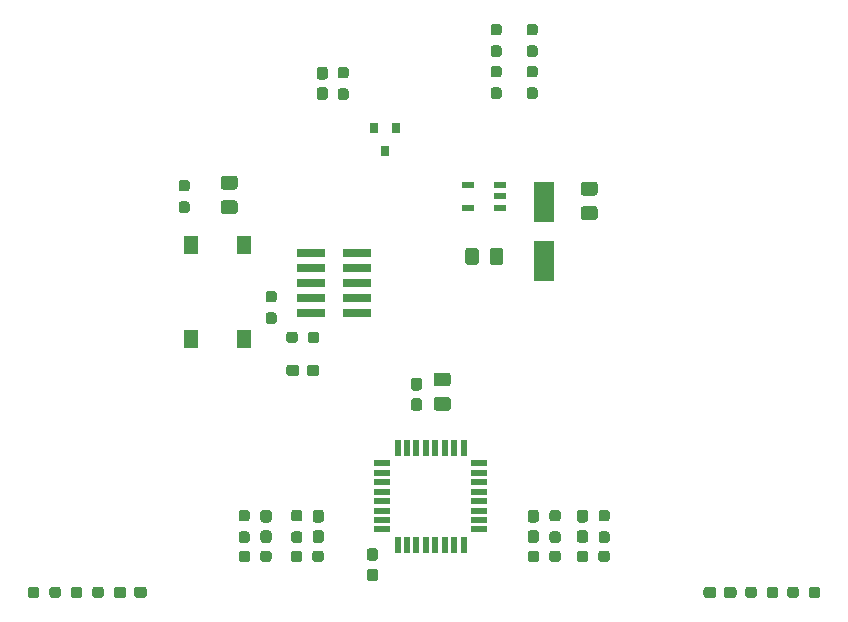
<source format=gtp>
%TF.GenerationSoftware,KiCad,Pcbnew,5.1.12-84ad8e8a86~92~ubuntu21.04.1*%
%TF.CreationDate,2021-11-23T21:41:36+01:00*%
%TF.ProjectId,main,6d61696e-2e6b-4696-9361-645f70636258,rev?*%
%TF.SameCoordinates,Original*%
%TF.FileFunction,Paste,Top*%
%TF.FilePolarity,Positive*%
%FSLAX46Y46*%
G04 Gerber Fmt 4.6, Leading zero omitted, Abs format (unit mm)*
G04 Created by KiCad (PCBNEW 5.1.12-84ad8e8a86~92~ubuntu21.04.1) date 2021-11-23 21:41:36*
%MOMM*%
%LPD*%
G01*
G04 APERTURE LIST*
%ADD10R,2.400000X0.740000*%
%ADD11R,1.000001X0.599999*%
%ADD12R,0.508000X1.473200*%
%ADD13R,1.473200X0.508000*%
%ADD14R,1.300000X1.550000*%
%ADD15R,1.800000X3.500000*%
%ADD16R,0.800000X0.900000*%
G04 APERTURE END LIST*
D10*
%TO.C,J2*%
X112350000Y-139446000D03*
X116250000Y-139446000D03*
X112350000Y-140716000D03*
X116250000Y-140716000D03*
X112350000Y-141986000D03*
X116250000Y-141986000D03*
X112350000Y-143256000D03*
X116250000Y-143256000D03*
X112350000Y-144526000D03*
X116250000Y-144526000D03*
%TD*%
%TO.C,R15*%
G36*
G01*
X133237500Y-162135000D02*
X132762500Y-162135000D01*
G75*
G02*
X132525000Y-161897500I0J237500D01*
G01*
X132525000Y-161397500D01*
G75*
G02*
X132762500Y-161160000I237500J0D01*
G01*
X133237500Y-161160000D01*
G75*
G02*
X133475000Y-161397500I0J-237500D01*
G01*
X133475000Y-161897500D01*
G75*
G02*
X133237500Y-162135000I-237500J0D01*
G01*
G37*
G36*
G01*
X133237500Y-163960000D02*
X132762500Y-163960000D01*
G75*
G02*
X132525000Y-163722500I0J237500D01*
G01*
X132525000Y-163222500D01*
G75*
G02*
X132762500Y-162985000I237500J0D01*
G01*
X133237500Y-162985000D01*
G75*
G02*
X133475000Y-163222500I0J-237500D01*
G01*
X133475000Y-163722500D01*
G75*
G02*
X133237500Y-163960000I-237500J0D01*
G01*
G37*
%TD*%
%TO.C,R14*%
G36*
G01*
X137397500Y-162135000D02*
X136922500Y-162135000D01*
G75*
G02*
X136685000Y-161897500I0J237500D01*
G01*
X136685000Y-161397500D01*
G75*
G02*
X136922500Y-161160000I237500J0D01*
G01*
X137397500Y-161160000D01*
G75*
G02*
X137635000Y-161397500I0J-237500D01*
G01*
X137635000Y-161897500D01*
G75*
G02*
X137397500Y-162135000I-237500J0D01*
G01*
G37*
G36*
G01*
X137397500Y-163960000D02*
X136922500Y-163960000D01*
G75*
G02*
X136685000Y-163722500I0J237500D01*
G01*
X136685000Y-163222500D01*
G75*
G02*
X136922500Y-162985000I237500J0D01*
G01*
X137397500Y-162985000D01*
G75*
G02*
X137635000Y-163222500I0J-237500D01*
G01*
X137635000Y-163722500D01*
G75*
G02*
X137397500Y-163960000I-237500J0D01*
G01*
G37*
%TD*%
D11*
%TO.C,U2*%
X125625001Y-135570001D03*
X125625001Y-133670002D03*
X128375001Y-133670002D03*
X128375001Y-134620000D03*
X128375001Y-135570001D03*
%TD*%
D12*
%TO.C,U1*%
X119668451Y-155901001D03*
X120468451Y-155901001D03*
X121268450Y-155901001D03*
X122068451Y-155901001D03*
X122868449Y-155901001D03*
X123668450Y-155901001D03*
X124468451Y-155901001D03*
X125268449Y-155901001D03*
D13*
X126587449Y-157220001D03*
X126587449Y-158020001D03*
X126587449Y-158820000D03*
X126587449Y-159620001D03*
X126587449Y-160419999D03*
X126587449Y-161220000D03*
X126587449Y-162020001D03*
X126587449Y-162819999D03*
D12*
X125268449Y-164138999D03*
X124468449Y-164138999D03*
X123668450Y-164138999D03*
X122868449Y-164138999D03*
X122068451Y-164138999D03*
X121268450Y-164138999D03*
X120468449Y-164138999D03*
X119668451Y-164138999D03*
D13*
X118349451Y-162819999D03*
X118349451Y-162019999D03*
X118349451Y-161220000D03*
X118349451Y-160419999D03*
X118349451Y-159620001D03*
X118349451Y-158820000D03*
X118349451Y-158019999D03*
X118349451Y-157220001D03*
%TD*%
D14*
%TO.C,SW1*%
X102144000Y-146723000D03*
X106644000Y-146723000D03*
X106644000Y-138773000D03*
X102144000Y-138773000D03*
%TD*%
%TO.C,R19*%
G36*
G01*
X154475000Y-168385500D02*
X154475000Y-167910500D01*
G75*
G02*
X154712500Y-167673000I237500J0D01*
G01*
X155212500Y-167673000D01*
G75*
G02*
X155450000Y-167910500I0J-237500D01*
G01*
X155450000Y-168385500D01*
G75*
G02*
X155212500Y-168623000I-237500J0D01*
G01*
X154712500Y-168623000D01*
G75*
G02*
X154475000Y-168385500I0J237500D01*
G01*
G37*
G36*
G01*
X152650000Y-168385500D02*
X152650000Y-167910500D01*
G75*
G02*
X152887500Y-167673000I237500J0D01*
G01*
X153387500Y-167673000D01*
G75*
G02*
X153625000Y-167910500I0J-237500D01*
G01*
X153625000Y-168385500D01*
G75*
G02*
X153387500Y-168623000I-237500J0D01*
G01*
X152887500Y-168623000D01*
G75*
G02*
X152650000Y-168385500I0J237500D01*
G01*
G37*
%TD*%
%TO.C,R18*%
G36*
G01*
X150082750Y-167910500D02*
X150082750Y-168385500D01*
G75*
G02*
X149845250Y-168623000I-237500J0D01*
G01*
X149345250Y-168623000D01*
G75*
G02*
X149107750Y-168385500I0J237500D01*
G01*
X149107750Y-167910500D01*
G75*
G02*
X149345250Y-167673000I237500J0D01*
G01*
X149845250Y-167673000D01*
G75*
G02*
X150082750Y-167910500I0J-237500D01*
G01*
G37*
G36*
G01*
X151907750Y-167910500D02*
X151907750Y-168385500D01*
G75*
G02*
X151670250Y-168623000I-237500J0D01*
G01*
X151170250Y-168623000D01*
G75*
G02*
X150932750Y-168385500I0J237500D01*
G01*
X150932750Y-167910500D01*
G75*
G02*
X151170250Y-167673000I237500J0D01*
G01*
X151670250Y-167673000D01*
G75*
G02*
X151907750Y-167910500I0J-237500D01*
G01*
G37*
%TD*%
%TO.C,R17*%
G36*
G01*
X132505000Y-165337500D02*
X132505000Y-164862500D01*
G75*
G02*
X132742500Y-164625000I237500J0D01*
G01*
X133242500Y-164625000D01*
G75*
G02*
X133480000Y-164862500I0J-237500D01*
G01*
X133480000Y-165337500D01*
G75*
G02*
X133242500Y-165575000I-237500J0D01*
G01*
X132742500Y-165575000D01*
G75*
G02*
X132505000Y-165337500I0J237500D01*
G01*
G37*
G36*
G01*
X130680000Y-165337500D02*
X130680000Y-164862500D01*
G75*
G02*
X130917500Y-164625000I237500J0D01*
G01*
X131417500Y-164625000D01*
G75*
G02*
X131655000Y-164862500I0J-237500D01*
G01*
X131655000Y-165337500D01*
G75*
G02*
X131417500Y-165575000I-237500J0D01*
G01*
X130917500Y-165575000D01*
G75*
G02*
X130680000Y-165337500I0J237500D01*
G01*
G37*
%TD*%
%TO.C,R16*%
G36*
G01*
X136665000Y-165337500D02*
X136665000Y-164862500D01*
G75*
G02*
X136902500Y-164625000I237500J0D01*
G01*
X137402500Y-164625000D01*
G75*
G02*
X137640000Y-164862500I0J-237500D01*
G01*
X137640000Y-165337500D01*
G75*
G02*
X137402500Y-165575000I-237500J0D01*
G01*
X136902500Y-165575000D01*
G75*
G02*
X136665000Y-165337500I0J237500D01*
G01*
G37*
G36*
G01*
X134840000Y-165337500D02*
X134840000Y-164862500D01*
G75*
G02*
X135077500Y-164625000I237500J0D01*
G01*
X135577500Y-164625000D01*
G75*
G02*
X135815000Y-164862500I0J-237500D01*
G01*
X135815000Y-165337500D01*
G75*
G02*
X135577500Y-165575000I-237500J0D01*
G01*
X135077500Y-165575000D01*
G75*
G02*
X134840000Y-165337500I0J237500D01*
G01*
G37*
%TD*%
%TO.C,R13*%
G36*
G01*
X89340500Y-167910500D02*
X89340500Y-168385500D01*
G75*
G02*
X89103000Y-168623000I-237500J0D01*
G01*
X88603000Y-168623000D01*
G75*
G02*
X88365500Y-168385500I0J237500D01*
G01*
X88365500Y-167910500D01*
G75*
G02*
X88603000Y-167673000I237500J0D01*
G01*
X89103000Y-167673000D01*
G75*
G02*
X89340500Y-167910500I0J-237500D01*
G01*
G37*
G36*
G01*
X91165500Y-167910500D02*
X91165500Y-168385500D01*
G75*
G02*
X90928000Y-168623000I-237500J0D01*
G01*
X90428000Y-168623000D01*
G75*
G02*
X90190500Y-168385500I0J237500D01*
G01*
X90190500Y-167910500D01*
G75*
G02*
X90428000Y-167673000I237500J0D01*
G01*
X90928000Y-167673000D01*
G75*
G02*
X91165500Y-167910500I0J-237500D01*
G01*
G37*
%TD*%
%TO.C,R12*%
G36*
G01*
X93821750Y-168385500D02*
X93821750Y-167910500D01*
G75*
G02*
X94059250Y-167673000I237500J0D01*
G01*
X94559250Y-167673000D01*
G75*
G02*
X94796750Y-167910500I0J-237500D01*
G01*
X94796750Y-168385500D01*
G75*
G02*
X94559250Y-168623000I-237500J0D01*
G01*
X94059250Y-168623000D01*
G75*
G02*
X93821750Y-168385500I0J237500D01*
G01*
G37*
G36*
G01*
X91996750Y-168385500D02*
X91996750Y-167910500D01*
G75*
G02*
X92234250Y-167673000I237500J0D01*
G01*
X92734250Y-167673000D01*
G75*
G02*
X92971750Y-167910500I0J-237500D01*
G01*
X92971750Y-168385500D01*
G75*
G02*
X92734250Y-168623000I-237500J0D01*
G01*
X92234250Y-168623000D01*
G75*
G02*
X91996750Y-168385500I0J237500D01*
G01*
G37*
%TD*%
%TO.C,R11*%
G36*
G01*
X107175000Y-164862500D02*
X107175000Y-165337500D01*
G75*
G02*
X106937500Y-165575000I-237500J0D01*
G01*
X106437500Y-165575000D01*
G75*
G02*
X106200000Y-165337500I0J237500D01*
G01*
X106200000Y-164862500D01*
G75*
G02*
X106437500Y-164625000I237500J0D01*
G01*
X106937500Y-164625000D01*
G75*
G02*
X107175000Y-164862500I0J-237500D01*
G01*
G37*
G36*
G01*
X109000000Y-164862500D02*
X109000000Y-165337500D01*
G75*
G02*
X108762500Y-165575000I-237500J0D01*
G01*
X108262500Y-165575000D01*
G75*
G02*
X108025000Y-165337500I0J237500D01*
G01*
X108025000Y-164862500D01*
G75*
G02*
X108262500Y-164625000I237500J0D01*
G01*
X108762500Y-164625000D01*
G75*
G02*
X109000000Y-164862500I0J-237500D01*
G01*
G37*
%TD*%
%TO.C,R10*%
G36*
G01*
X111600000Y-164862500D02*
X111600000Y-165337500D01*
G75*
G02*
X111362500Y-165575000I-237500J0D01*
G01*
X110862500Y-165575000D01*
G75*
G02*
X110625000Y-165337500I0J237500D01*
G01*
X110625000Y-164862500D01*
G75*
G02*
X110862500Y-164625000I237500J0D01*
G01*
X111362500Y-164625000D01*
G75*
G02*
X111600000Y-164862500I0J-237500D01*
G01*
G37*
G36*
G01*
X113425000Y-164862500D02*
X113425000Y-165337500D01*
G75*
G02*
X113187500Y-165575000I-237500J0D01*
G01*
X112687500Y-165575000D01*
G75*
G02*
X112450000Y-165337500I0J237500D01*
G01*
X112450000Y-164862500D01*
G75*
G02*
X112687500Y-164625000I237500J0D01*
G01*
X113187500Y-164625000D01*
G75*
G02*
X113425000Y-164862500I0J-237500D01*
G01*
G37*
%TD*%
%TO.C,R9*%
G36*
G01*
X106912500Y-162135000D02*
X106437500Y-162135000D01*
G75*
G02*
X106200000Y-161897500I0J237500D01*
G01*
X106200000Y-161397500D01*
G75*
G02*
X106437500Y-161160000I237500J0D01*
G01*
X106912500Y-161160000D01*
G75*
G02*
X107150000Y-161397500I0J-237500D01*
G01*
X107150000Y-161897500D01*
G75*
G02*
X106912500Y-162135000I-237500J0D01*
G01*
G37*
G36*
G01*
X106912500Y-163960000D02*
X106437500Y-163960000D01*
G75*
G02*
X106200000Y-163722500I0J237500D01*
G01*
X106200000Y-163222500D01*
G75*
G02*
X106437500Y-162985000I237500J0D01*
G01*
X106912500Y-162985000D01*
G75*
G02*
X107150000Y-163222500I0J-237500D01*
G01*
X107150000Y-163722500D01*
G75*
G02*
X106912500Y-163960000I-237500J0D01*
G01*
G37*
%TD*%
%TO.C,R8*%
G36*
G01*
X111362500Y-162135000D02*
X110887500Y-162135000D01*
G75*
G02*
X110650000Y-161897500I0J237500D01*
G01*
X110650000Y-161397500D01*
G75*
G02*
X110887500Y-161160000I237500J0D01*
G01*
X111362500Y-161160000D01*
G75*
G02*
X111600000Y-161397500I0J-237500D01*
G01*
X111600000Y-161897500D01*
G75*
G02*
X111362500Y-162135000I-237500J0D01*
G01*
G37*
G36*
G01*
X111362500Y-163960000D02*
X110887500Y-163960000D01*
G75*
G02*
X110650000Y-163722500I0J237500D01*
G01*
X110650000Y-163222500D01*
G75*
G02*
X110887500Y-162985000I237500J0D01*
G01*
X111362500Y-162985000D01*
G75*
G02*
X111600000Y-163222500I0J-237500D01*
G01*
X111600000Y-163722500D01*
G75*
G02*
X111362500Y-163960000I-237500J0D01*
G01*
G37*
%TD*%
%TO.C,R7*%
G36*
G01*
X128253500Y-124543000D02*
X127778500Y-124543000D01*
G75*
G02*
X127541000Y-124305500I0J237500D01*
G01*
X127541000Y-123805500D01*
G75*
G02*
X127778500Y-123568000I237500J0D01*
G01*
X128253500Y-123568000D01*
G75*
G02*
X128491000Y-123805500I0J-237500D01*
G01*
X128491000Y-124305500D01*
G75*
G02*
X128253500Y-124543000I-237500J0D01*
G01*
G37*
G36*
G01*
X128253500Y-126368000D02*
X127778500Y-126368000D01*
G75*
G02*
X127541000Y-126130500I0J237500D01*
G01*
X127541000Y-125630500D01*
G75*
G02*
X127778500Y-125393000I237500J0D01*
G01*
X128253500Y-125393000D01*
G75*
G02*
X128491000Y-125630500I0J-237500D01*
G01*
X128491000Y-126130500D01*
G75*
G02*
X128253500Y-126368000I-237500J0D01*
G01*
G37*
%TD*%
%TO.C,R6*%
G36*
G01*
X131301500Y-124543000D02*
X130826500Y-124543000D01*
G75*
G02*
X130589000Y-124305500I0J237500D01*
G01*
X130589000Y-123805500D01*
G75*
G02*
X130826500Y-123568000I237500J0D01*
G01*
X131301500Y-123568000D01*
G75*
G02*
X131539000Y-123805500I0J-237500D01*
G01*
X131539000Y-124305500D01*
G75*
G02*
X131301500Y-124543000I-237500J0D01*
G01*
G37*
G36*
G01*
X131301500Y-126368000D02*
X130826500Y-126368000D01*
G75*
G02*
X130589000Y-126130500I0J237500D01*
G01*
X130589000Y-125630500D01*
G75*
G02*
X130826500Y-125393000I237500J0D01*
G01*
X131301500Y-125393000D01*
G75*
G02*
X131539000Y-125630500I0J-237500D01*
G01*
X131539000Y-126130500D01*
G75*
G02*
X131301500Y-126368000I-237500J0D01*
G01*
G37*
%TD*%
%TO.C,R5*%
G36*
G01*
X128253500Y-120987000D02*
X127778500Y-120987000D01*
G75*
G02*
X127541000Y-120749500I0J237500D01*
G01*
X127541000Y-120249500D01*
G75*
G02*
X127778500Y-120012000I237500J0D01*
G01*
X128253500Y-120012000D01*
G75*
G02*
X128491000Y-120249500I0J-237500D01*
G01*
X128491000Y-120749500D01*
G75*
G02*
X128253500Y-120987000I-237500J0D01*
G01*
G37*
G36*
G01*
X128253500Y-122812000D02*
X127778500Y-122812000D01*
G75*
G02*
X127541000Y-122574500I0J237500D01*
G01*
X127541000Y-122074500D01*
G75*
G02*
X127778500Y-121837000I237500J0D01*
G01*
X128253500Y-121837000D01*
G75*
G02*
X128491000Y-122074500I0J-237500D01*
G01*
X128491000Y-122574500D01*
G75*
G02*
X128253500Y-122812000I-237500J0D01*
G01*
G37*
%TD*%
%TO.C,R4*%
G36*
G01*
X131301500Y-120987000D02*
X130826500Y-120987000D01*
G75*
G02*
X130589000Y-120749500I0J237500D01*
G01*
X130589000Y-120249500D01*
G75*
G02*
X130826500Y-120012000I237500J0D01*
G01*
X131301500Y-120012000D01*
G75*
G02*
X131539000Y-120249500I0J-237500D01*
G01*
X131539000Y-120749500D01*
G75*
G02*
X131301500Y-120987000I-237500J0D01*
G01*
G37*
G36*
G01*
X131301500Y-122812000D02*
X130826500Y-122812000D01*
G75*
G02*
X130589000Y-122574500I0J237500D01*
G01*
X130589000Y-122074500D01*
G75*
G02*
X130826500Y-121837000I237500J0D01*
G01*
X131301500Y-121837000D01*
G75*
G02*
X131539000Y-122074500I0J-237500D01*
G01*
X131539000Y-122574500D01*
G75*
G02*
X131301500Y-122812000I-237500J0D01*
G01*
G37*
%TD*%
%TO.C,R3*%
G36*
G01*
X114824500Y-125477500D02*
X115299500Y-125477500D01*
G75*
G02*
X115537000Y-125715000I0J-237500D01*
G01*
X115537000Y-126215000D01*
G75*
G02*
X115299500Y-126452500I-237500J0D01*
G01*
X114824500Y-126452500D01*
G75*
G02*
X114587000Y-126215000I0J237500D01*
G01*
X114587000Y-125715000D01*
G75*
G02*
X114824500Y-125477500I237500J0D01*
G01*
G37*
G36*
G01*
X114824500Y-123652500D02*
X115299500Y-123652500D01*
G75*
G02*
X115537000Y-123890000I0J-237500D01*
G01*
X115537000Y-124390000D01*
G75*
G02*
X115299500Y-124627500I-237500J0D01*
G01*
X114824500Y-124627500D01*
G75*
G02*
X114587000Y-124390000I0J237500D01*
G01*
X114587000Y-123890000D01*
G75*
G02*
X114824500Y-123652500I237500J0D01*
G01*
G37*
%TD*%
%TO.C,R2*%
G36*
G01*
X112075000Y-146795500D02*
X112075000Y-146320500D01*
G75*
G02*
X112312500Y-146083000I237500J0D01*
G01*
X112812500Y-146083000D01*
G75*
G02*
X113050000Y-146320500I0J-237500D01*
G01*
X113050000Y-146795500D01*
G75*
G02*
X112812500Y-147033000I-237500J0D01*
G01*
X112312500Y-147033000D01*
G75*
G02*
X112075000Y-146795500I0J237500D01*
G01*
G37*
G36*
G01*
X110250000Y-146795500D02*
X110250000Y-146320500D01*
G75*
G02*
X110487500Y-146083000I237500J0D01*
G01*
X110987500Y-146083000D01*
G75*
G02*
X111225000Y-146320500I0J-237500D01*
G01*
X111225000Y-146795500D01*
G75*
G02*
X110987500Y-147033000I-237500J0D01*
G01*
X110487500Y-147033000D01*
G75*
G02*
X110250000Y-146795500I0J237500D01*
G01*
G37*
%TD*%
%TO.C,R1*%
G36*
G01*
X109203500Y-143593000D02*
X108728500Y-143593000D01*
G75*
G02*
X108491000Y-143355500I0J237500D01*
G01*
X108491000Y-142855500D01*
G75*
G02*
X108728500Y-142618000I237500J0D01*
G01*
X109203500Y-142618000D01*
G75*
G02*
X109441000Y-142855500I0J-237500D01*
G01*
X109441000Y-143355500D01*
G75*
G02*
X109203500Y-143593000I-237500J0D01*
G01*
G37*
G36*
G01*
X109203500Y-145418000D02*
X108728500Y-145418000D01*
G75*
G02*
X108491000Y-145180500I0J237500D01*
G01*
X108491000Y-144680500D01*
G75*
G02*
X108728500Y-144443000I237500J0D01*
G01*
X109203500Y-144443000D01*
G75*
G02*
X109441000Y-144680500I0J-237500D01*
G01*
X109441000Y-145180500D01*
G75*
G02*
X109203500Y-145418000I-237500J0D01*
G01*
G37*
%TD*%
%TO.C,FB1*%
G36*
G01*
X101837500Y-134195000D02*
X101362500Y-134195000D01*
G75*
G02*
X101125000Y-133957500I0J237500D01*
G01*
X101125000Y-133457500D01*
G75*
G02*
X101362500Y-133220000I237500J0D01*
G01*
X101837500Y-133220000D01*
G75*
G02*
X102075000Y-133457500I0J-237500D01*
G01*
X102075000Y-133957500D01*
G75*
G02*
X101837500Y-134195000I-237500J0D01*
G01*
G37*
G36*
G01*
X101837500Y-136020000D02*
X101362500Y-136020000D01*
G75*
G02*
X101125000Y-135782500I0J237500D01*
G01*
X101125000Y-135282500D01*
G75*
G02*
X101362500Y-135045000I237500J0D01*
G01*
X101837500Y-135045000D01*
G75*
G02*
X102075000Y-135282500I0J-237500D01*
G01*
X102075000Y-135782500D01*
G75*
G02*
X101837500Y-136020000I-237500J0D01*
G01*
G37*
%TD*%
D15*
%TO.C,D2*%
X132080000Y-140120003D03*
X132080000Y-135120003D03*
%TD*%
D16*
%TO.C,D1*%
X118594390Y-130794000D03*
X117644390Y-128794000D03*
X119544390Y-128794000D03*
%TD*%
%TO.C,C14*%
G36*
G01*
X146640500Y-167910500D02*
X146640500Y-168385500D01*
G75*
G02*
X146403000Y-168623000I-237500J0D01*
G01*
X145803000Y-168623000D01*
G75*
G02*
X145565500Y-168385500I0J237500D01*
G01*
X145565500Y-167910500D01*
G75*
G02*
X145803000Y-167673000I237500J0D01*
G01*
X146403000Y-167673000D01*
G75*
G02*
X146640500Y-167910500I0J-237500D01*
G01*
G37*
G36*
G01*
X148365500Y-167910500D02*
X148365500Y-168385500D01*
G75*
G02*
X148128000Y-168623000I-237500J0D01*
G01*
X147528000Y-168623000D01*
G75*
G02*
X147290500Y-168385500I0J237500D01*
G01*
X147290500Y-167910500D01*
G75*
G02*
X147528000Y-167673000I237500J0D01*
G01*
X148128000Y-167673000D01*
G75*
G02*
X148365500Y-167910500I0J-237500D01*
G01*
G37*
%TD*%
%TO.C,C13*%
G36*
G01*
X131397500Y-162235000D02*
X130922500Y-162235000D01*
G75*
G02*
X130685000Y-161997500I0J237500D01*
G01*
X130685000Y-161397500D01*
G75*
G02*
X130922500Y-161160000I237500J0D01*
G01*
X131397500Y-161160000D01*
G75*
G02*
X131635000Y-161397500I0J-237500D01*
G01*
X131635000Y-161997500D01*
G75*
G02*
X131397500Y-162235000I-237500J0D01*
G01*
G37*
G36*
G01*
X131397500Y-163960000D02*
X130922500Y-163960000D01*
G75*
G02*
X130685000Y-163722500I0J237500D01*
G01*
X130685000Y-163122500D01*
G75*
G02*
X130922500Y-162885000I237500J0D01*
G01*
X131397500Y-162885000D01*
G75*
G02*
X131635000Y-163122500I0J-237500D01*
G01*
X131635000Y-163722500D01*
G75*
G02*
X131397500Y-163960000I-237500J0D01*
G01*
G37*
%TD*%
%TO.C,C12*%
G36*
G01*
X135557500Y-162235000D02*
X135082500Y-162235000D01*
G75*
G02*
X134845000Y-161997500I0J237500D01*
G01*
X134845000Y-161397500D01*
G75*
G02*
X135082500Y-161160000I237500J0D01*
G01*
X135557500Y-161160000D01*
G75*
G02*
X135795000Y-161397500I0J-237500D01*
G01*
X135795000Y-161997500D01*
G75*
G02*
X135557500Y-162235000I-237500J0D01*
G01*
G37*
G36*
G01*
X135557500Y-163960000D02*
X135082500Y-163960000D01*
G75*
G02*
X134845000Y-163722500I0J237500D01*
G01*
X134845000Y-163122500D01*
G75*
G02*
X135082500Y-162885000I237500J0D01*
G01*
X135557500Y-162885000D01*
G75*
G02*
X135795000Y-163122500I0J-237500D01*
G01*
X135795000Y-163722500D01*
G75*
G02*
X135557500Y-163960000I-237500J0D01*
G01*
G37*
%TD*%
%TO.C,C11*%
G36*
G01*
X97353000Y-168385500D02*
X97353000Y-167910500D01*
G75*
G02*
X97590500Y-167673000I237500J0D01*
G01*
X98190500Y-167673000D01*
G75*
G02*
X98428000Y-167910500I0J-237500D01*
G01*
X98428000Y-168385500D01*
G75*
G02*
X98190500Y-168623000I-237500J0D01*
G01*
X97590500Y-168623000D01*
G75*
G02*
X97353000Y-168385500I0J237500D01*
G01*
G37*
G36*
G01*
X95628000Y-168385500D02*
X95628000Y-167910500D01*
G75*
G02*
X95865500Y-167673000I237500J0D01*
G01*
X96465500Y-167673000D01*
G75*
G02*
X96703000Y-167910500I0J-237500D01*
G01*
X96703000Y-168385500D01*
G75*
G02*
X96465500Y-168623000I-237500J0D01*
G01*
X95865500Y-168623000D01*
G75*
G02*
X95628000Y-168385500I0J237500D01*
G01*
G37*
%TD*%
%TO.C,C10*%
G36*
G01*
X108762500Y-162235000D02*
X108287500Y-162235000D01*
G75*
G02*
X108050000Y-161997500I0J237500D01*
G01*
X108050000Y-161397500D01*
G75*
G02*
X108287500Y-161160000I237500J0D01*
G01*
X108762500Y-161160000D01*
G75*
G02*
X109000000Y-161397500I0J-237500D01*
G01*
X109000000Y-161997500D01*
G75*
G02*
X108762500Y-162235000I-237500J0D01*
G01*
G37*
G36*
G01*
X108762500Y-163960000D02*
X108287500Y-163960000D01*
G75*
G02*
X108050000Y-163722500I0J237500D01*
G01*
X108050000Y-163122500D01*
G75*
G02*
X108287500Y-162885000I237500J0D01*
G01*
X108762500Y-162885000D01*
G75*
G02*
X109000000Y-163122500I0J-237500D01*
G01*
X109000000Y-163722500D01*
G75*
G02*
X108762500Y-163960000I-237500J0D01*
G01*
G37*
%TD*%
%TO.C,C9*%
G36*
G01*
X113187500Y-162235000D02*
X112712500Y-162235000D01*
G75*
G02*
X112475000Y-161997500I0J237500D01*
G01*
X112475000Y-161397500D01*
G75*
G02*
X112712500Y-161160000I237500J0D01*
G01*
X113187500Y-161160000D01*
G75*
G02*
X113425000Y-161397500I0J-237500D01*
G01*
X113425000Y-161997500D01*
G75*
G02*
X113187500Y-162235000I-237500J0D01*
G01*
G37*
G36*
G01*
X113187500Y-163960000D02*
X112712500Y-163960000D01*
G75*
G02*
X112475000Y-163722500I0J237500D01*
G01*
X112475000Y-163122500D01*
G75*
G02*
X112712500Y-162885000I237500J0D01*
G01*
X113187500Y-162885000D01*
G75*
G02*
X113425000Y-163122500I0J-237500D01*
G01*
X113425000Y-163722500D01*
G75*
G02*
X113187500Y-163960000I-237500J0D01*
G01*
G37*
%TD*%
%TO.C,C8*%
G36*
G01*
X126550000Y-139225000D02*
X126550000Y-140175000D01*
G75*
G02*
X126300000Y-140425000I-250000J0D01*
G01*
X125625000Y-140425000D01*
G75*
G02*
X125375000Y-140175000I0J250000D01*
G01*
X125375000Y-139225000D01*
G75*
G02*
X125625000Y-138975000I250000J0D01*
G01*
X126300000Y-138975000D01*
G75*
G02*
X126550000Y-139225000I0J-250000D01*
G01*
G37*
G36*
G01*
X128625000Y-139225000D02*
X128625000Y-140175000D01*
G75*
G02*
X128375000Y-140425000I-250000J0D01*
G01*
X127700000Y-140425000D01*
G75*
G02*
X127450000Y-140175000I0J250000D01*
G01*
X127450000Y-139225000D01*
G75*
G02*
X127700000Y-138975000I250000J0D01*
G01*
X128375000Y-138975000D01*
G75*
G02*
X128625000Y-139225000I0J-250000D01*
G01*
G37*
%TD*%
%TO.C,C7*%
G36*
G01*
X105885000Y-134045000D02*
X104935000Y-134045000D01*
G75*
G02*
X104685000Y-133795000I0J250000D01*
G01*
X104685000Y-133120000D01*
G75*
G02*
X104935000Y-132870000I250000J0D01*
G01*
X105885000Y-132870000D01*
G75*
G02*
X106135000Y-133120000I0J-250000D01*
G01*
X106135000Y-133795000D01*
G75*
G02*
X105885000Y-134045000I-250000J0D01*
G01*
G37*
G36*
G01*
X105885000Y-136120000D02*
X104935000Y-136120000D01*
G75*
G02*
X104685000Y-135870000I0J250000D01*
G01*
X104685000Y-135195000D01*
G75*
G02*
X104935000Y-134945000I250000J0D01*
G01*
X105885000Y-134945000D01*
G75*
G02*
X106135000Y-135195000I0J-250000D01*
G01*
X106135000Y-135870000D01*
G75*
G02*
X105885000Y-136120000I-250000J0D01*
G01*
G37*
%TD*%
%TO.C,C6*%
G36*
G01*
X136365000Y-134545003D02*
X135415000Y-134545003D01*
G75*
G02*
X135165000Y-134295003I0J250000D01*
G01*
X135165000Y-133620003D01*
G75*
G02*
X135415000Y-133370003I250000J0D01*
G01*
X136365000Y-133370003D01*
G75*
G02*
X136615000Y-133620003I0J-250000D01*
G01*
X136615000Y-134295003D01*
G75*
G02*
X136365000Y-134545003I-250000J0D01*
G01*
G37*
G36*
G01*
X136365000Y-136620003D02*
X135415000Y-136620003D01*
G75*
G02*
X135165000Y-136370003I0J250000D01*
G01*
X135165000Y-135695003D01*
G75*
G02*
X135415000Y-135445003I250000J0D01*
G01*
X136365000Y-135445003D01*
G75*
G02*
X136615000Y-135695003I0J-250000D01*
G01*
X136615000Y-136370003D01*
G75*
G02*
X136365000Y-136620003I-250000J0D01*
G01*
G37*
%TD*%
%TO.C,C5*%
G36*
G01*
X113530501Y-124727500D02*
X113055501Y-124727500D01*
G75*
G02*
X112818001Y-124490000I0J237500D01*
G01*
X112818001Y-123890000D01*
G75*
G02*
X113055501Y-123652500I237500J0D01*
G01*
X113530501Y-123652500D01*
G75*
G02*
X113768001Y-123890000I0J-237500D01*
G01*
X113768001Y-124490000D01*
G75*
G02*
X113530501Y-124727500I-237500J0D01*
G01*
G37*
G36*
G01*
X113530501Y-126452500D02*
X113055501Y-126452500D01*
G75*
G02*
X112818001Y-126215000I0J237500D01*
G01*
X112818001Y-125615000D01*
G75*
G02*
X113055501Y-125377500I237500J0D01*
G01*
X113530501Y-125377500D01*
G75*
G02*
X113768001Y-125615000I0J-237500D01*
G01*
X113768001Y-126215000D01*
G75*
G02*
X113530501Y-126452500I-237500J0D01*
G01*
G37*
%TD*%
%TO.C,C4*%
G36*
G01*
X121505950Y-151059000D02*
X121030950Y-151059000D01*
G75*
G02*
X120793450Y-150821500I0J237500D01*
G01*
X120793450Y-150221500D01*
G75*
G02*
X121030950Y-149984000I237500J0D01*
G01*
X121505950Y-149984000D01*
G75*
G02*
X121743450Y-150221500I0J-237500D01*
G01*
X121743450Y-150821500D01*
G75*
G02*
X121505950Y-151059000I-237500J0D01*
G01*
G37*
G36*
G01*
X121505950Y-152784000D02*
X121030950Y-152784000D01*
G75*
G02*
X120793450Y-152546500I0J237500D01*
G01*
X120793450Y-151946500D01*
G75*
G02*
X121030950Y-151709000I237500J0D01*
G01*
X121505950Y-151709000D01*
G75*
G02*
X121743450Y-151946500I0J-237500D01*
G01*
X121743450Y-152546500D01*
G75*
G02*
X121505950Y-152784000I-237500J0D01*
G01*
G37*
%TD*%
%TO.C,C3*%
G36*
G01*
X123919000Y-150704000D02*
X122969000Y-150704000D01*
G75*
G02*
X122719000Y-150454000I0J250000D01*
G01*
X122719000Y-149779000D01*
G75*
G02*
X122969000Y-149529000I250000J0D01*
G01*
X123919000Y-149529000D01*
G75*
G02*
X124169000Y-149779000I0J-250000D01*
G01*
X124169000Y-150454000D01*
G75*
G02*
X123919000Y-150704000I-250000J0D01*
G01*
G37*
G36*
G01*
X123919000Y-152779000D02*
X122969000Y-152779000D01*
G75*
G02*
X122719000Y-152529000I0J250000D01*
G01*
X122719000Y-151854000D01*
G75*
G02*
X122969000Y-151604000I250000J0D01*
G01*
X123919000Y-151604000D01*
G75*
G02*
X124169000Y-151854000I0J-250000D01*
G01*
X124169000Y-152529000D01*
G75*
G02*
X123919000Y-152779000I-250000J0D01*
G01*
G37*
%TD*%
%TO.C,C2*%
G36*
G01*
X111975000Y-149589500D02*
X111975000Y-149114500D01*
G75*
G02*
X112212500Y-148877000I237500J0D01*
G01*
X112812500Y-148877000D01*
G75*
G02*
X113050000Y-149114500I0J-237500D01*
G01*
X113050000Y-149589500D01*
G75*
G02*
X112812500Y-149827000I-237500J0D01*
G01*
X112212500Y-149827000D01*
G75*
G02*
X111975000Y-149589500I0J237500D01*
G01*
G37*
G36*
G01*
X110250000Y-149589500D02*
X110250000Y-149114500D01*
G75*
G02*
X110487500Y-148877000I237500J0D01*
G01*
X111087500Y-148877000D01*
G75*
G02*
X111325000Y-149114500I0J-237500D01*
G01*
X111325000Y-149589500D01*
G75*
G02*
X111087500Y-149827000I-237500J0D01*
G01*
X110487500Y-149827000D01*
G75*
G02*
X110250000Y-149589500I0J237500D01*
G01*
G37*
%TD*%
%TO.C,C1*%
G36*
G01*
X117301000Y-166123500D02*
X117776000Y-166123500D01*
G75*
G02*
X118013500Y-166361000I0J-237500D01*
G01*
X118013500Y-166961000D01*
G75*
G02*
X117776000Y-167198500I-237500J0D01*
G01*
X117301000Y-167198500D01*
G75*
G02*
X117063500Y-166961000I0J237500D01*
G01*
X117063500Y-166361000D01*
G75*
G02*
X117301000Y-166123500I237500J0D01*
G01*
G37*
G36*
G01*
X117301000Y-164398500D02*
X117776000Y-164398500D01*
G75*
G02*
X118013500Y-164636000I0J-237500D01*
G01*
X118013500Y-165236000D01*
G75*
G02*
X117776000Y-165473500I-237500J0D01*
G01*
X117301000Y-165473500D01*
G75*
G02*
X117063500Y-165236000I0J237500D01*
G01*
X117063500Y-164636000D01*
G75*
G02*
X117301000Y-164398500I237500J0D01*
G01*
G37*
%TD*%
M02*

</source>
